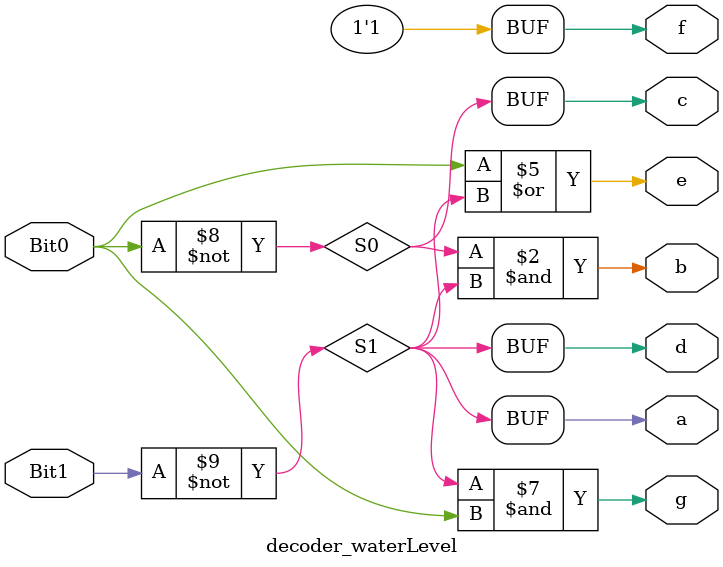
<source format=v>
module decoder_waterLevel(
input Bit0,
input Bit1,
output a,
output b,
output c,
output d,
output e,
output f,
output g
);

	//==Legenda== combinação dos bits -> significado (o que vai aparecer no mostrador)
	
	//00 -> ERROR/CRIT (0)
	//01 -> LOW (1)
	//10 -> MIDDLE (2)
	//11 -> HIGH (3)
	

	wire S0, S1;
	
	not Invbit0(S0, Bit0);
	not Invbit1(S1, Bit1);
	
	
	and AndSa(a, S1, S1); //A tem o valor invertido do Bit1
	and AndB(b, S0, S1);	
	and AndSc(c, S0, S0); //C tem o valor invertido do Bit0
	and AndSd(d, S1, S1); //D tem o valor invertido do Bit1
	or OrE(e, Bit0, S1);
	or OrF(f, Bit1, S1);
	and AndSg(g, S1, Bit0);
		
	
endmodule 

</source>
